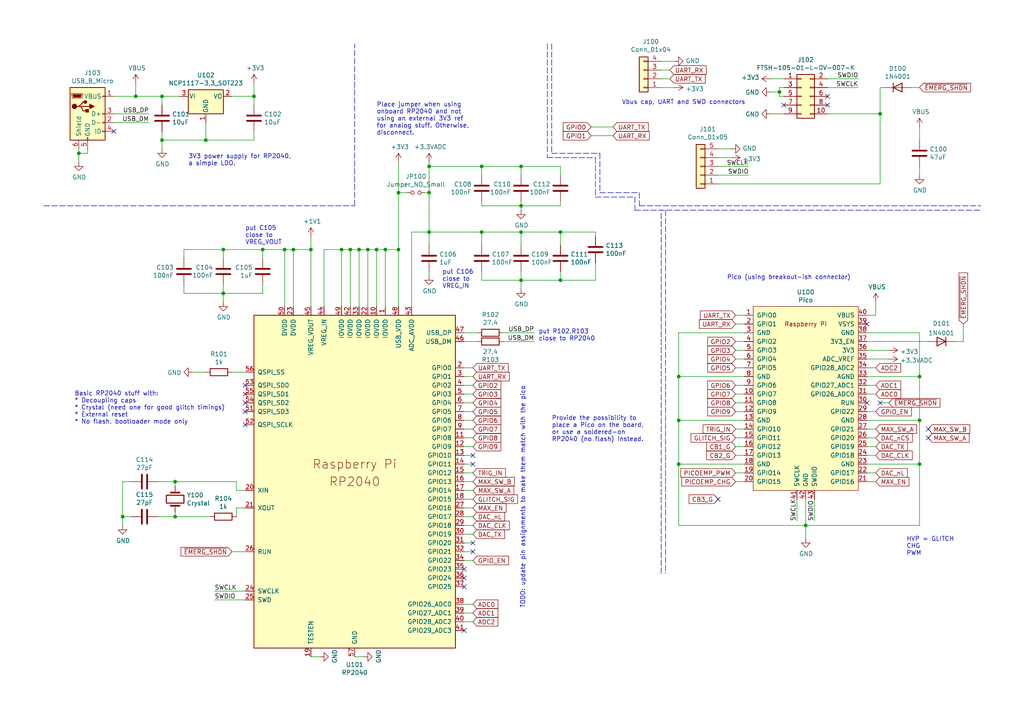
<source format=kicad_sch>
(kicad_sch (version 20211123) (generator eeschema)
  (paper "A4")
  (lib_symbols
    (symbol "Connector:USB_B_Micro" (pin_names (offset 1.016))
      (property "Reference" "J" (at -5.08 11.43 0))
      (property "Value" "USB_B_Micro" (at -5.08 8.89 0))
      (symbol "USB_B_Micro_1_1"
        (pin power_out line (at 7.62 5.08 180) (length 2.54) (name "VBUS") (number "1"))
        (pin bidirectional line (at 7.62 -2.54 180) (length 2.54) (name "D-") (number "2"))
        (pin bidirectional line (at 7.62 0 180) (length 2.54) (name "D+") (number "3"))
        (pin passive line (at 7.62 -5.08 180) (length 2.54) (name "ID") (number "4"))
        (pin power_out line (at 0 -10.16 90) (length 2.54) (name "GND") (number "5"))
        (pin passive line (at -2.54 -10.16 90) (length 2.54) (name "Shield") (number "6"))
      )
    )
    (symbol "Connector_Generic:Conn_01x04" (pin_names (offset 1.016) hide)
      (property "Reference" "J" (at 0 5.08 0))
      (property "Value" "Conn_01x04" (at 0 -7.62 0))
      (symbol "Conn_01x04_1_1"
        (pin passive line (at -5.08 2.54 0) (length 3.81) (name "Pin_1") (number "1"))
        (pin passive line (at -5.08 0 0) (length 3.81) (name "Pin_2") (number "2"))
        (pin passive line (at -5.08 -2.54 0) (length 3.81) (name "Pin_3") (number "3"))
        (pin passive line (at -5.08 -5.08 0) (length 3.81) (name "Pin_4") (number "4"))
      )
    )
    (symbol "Connector_Generic:Conn_01x05" (pin_names (offset 1.016) hide)
      (property "Reference" "J" (at 0 7.62 0))
      (property "Value" "Conn_01x05" (at 0 -7.62 0))
      (symbol "Conn_01x05_1_1"
        (pin passive line (at -5.08 5.08 0) (length 3.81) (name "Pin_1") (number "1"))
        (pin passive line (at -5.08 2.54 0) (length 3.81) (name "Pin_2") (number "2"))
        (pin passive line (at -5.08 0 0) (length 3.81) (name "Pin_3") (number "3"))
        (pin passive line (at -5.08 -2.54 0) (length 3.81) (name "Pin_4") (number "4"))
        (pin passive line (at -5.08 -5.08 0) (length 3.81) (name "Pin_5") (number "5"))
      )
    )
    (symbol "Connector_Generic:Conn_02x05_Odd_Even" (pin_names (offset 1.016) hide)
      (property "Reference" "J" (at 1.27 7.62 0))
      (property "Value" "Conn_02x05_Odd_Even" (at 1.27 -7.62 0))
      (symbol "Conn_02x05_Odd_Even_1_1"
        (pin passive line (at -5.08 5.08 0) (length 3.81) (name "Pin_1") (number "1"))
        (pin passive line (at 7.62 -5.08 180) (length 3.81) (name "Pin_10") (number "10"))
        (pin passive line (at 7.62 5.08 180) (length 3.81) (name "Pin_2") (number "2"))
        (pin passive line (at -5.08 2.54 0) (length 3.81) (name "Pin_3") (number "3"))
        (pin passive line (at 7.62 2.54 180) (length 3.81) (name "Pin_4") (number "4"))
        (pin passive line (at -5.08 0 0) (length 3.81) (name "Pin_5") (number "5"))
        (pin passive line (at 7.62 0 180) (length 3.81) (name "Pin_6") (number "6"))
        (pin passive line (at -5.08 -2.54 0) (length 3.81) (name "Pin_7") (number "7"))
        (pin passive line (at 7.62 -2.54 180) (length 3.81) (name "Pin_8") (number "8"))
        (pin passive line (at -5.08 -5.08 0) (length 3.81) (name "Pin_9") (number "9"))
      )
    )
    (symbol "Device:C" (pin_numbers hide) (pin_names (offset 0.254))
      (property "Reference" "C" (at 0.635 2.54 0))
      (property "Value" "C" (at 0.635 -2.54 0))
      (symbol "C_1_1"
        (pin passive line (at 0 3.81 270) (length 2.794) (name "~") (number "1"))
        (pin passive line (at 0 -3.81 90) (length 2.794) (name "~") (number "2"))
      )
    )
    (symbol "Device:Crystal" (pin_numbers hide) (pin_names (offset 1.016) hide)
      (property "Reference" "Y" (at 0 3.81 0))
      (property "Value" "Crystal" (at 0 -3.81 0))
      (symbol "Crystal_1_1"
        (pin passive line (at -3.81 0 0) (length 1.27) (name "1") (number "1"))
        (pin passive line (at 3.81 0 180) (length 1.27) (name "2") (number "2"))
      )
    )
    (symbol "Device:D" (pin_numbers hide) (pin_names (offset 1.016) hide)
      (property "Reference" "D" (at 0 2.54 0))
      (property "Value" "D" (at 0 -2.54 0))
      (symbol "D_1_1"
        (pin passive line (at -3.81 0 0) (length 2.54) (name "K") (number "1"))
        (pin passive line (at 3.81 0 180) (length 2.54) (name "A") (number "2"))
      )
    )
    (symbol "Device:Jumper_NO_Small" (pin_numbers hide) (pin_names (offset 0.762) hide)
      (property "Reference" "JP" (at 0 2.032 0))
      (property "Value" "Device_Jumper_NO_Small" (at 0.254 -1.524 0))
      (symbol "Jumper_NO_Small_0_1"
        (pin passive line (at -2.54 0 0) (length 1.016) (name "1") (number "1"))
        (pin passive line (at 2.54 0 180) (length 1.016) (name "2") (number "2"))
      )
    )
    (symbol "Device:R" (pin_numbers hide) (pin_names (offset 0))
      (property "Reference" "R" (at 2.032 0 90))
      (property "Value" "R" (at 0 0 90))
      (symbol "R_1_1"
        (pin passive line (at 0 3.81 270) (length 1.27) (name "~") (number "1"))
        (pin passive line (at 0 -3.81 90) (length 1.27) (name "~") (number "2"))
      )
    )
    (symbol "Diode:1N4001" (pin_numbers hide) (pin_names (offset 1.016) hide)
      (property "Reference" "D" (at 0 2.54 0))
      (property "Value" "1N4001" (at 0 -2.54 0))
      (symbol "1N4001_1_1"
        (pin passive line (at -3.81 0 0) (length 2.54) (name "K") (number "1"))
        (pin passive line (at 3.81 0 180) (length 2.54) (name "A") (number "2"))
      )
    )
    (symbol "MCU_RaspberryPi_and_Boards:Pico" (pin_names (offset 1.016))
      (property "Reference" "U" (at -13.97 27.94 0))
      (property "Value" "Pico" (at 0 19.05 0))
      (symbol "Pico_0_0"
        (text "Raspberry Pi" (at 0 21.59 0) (effects (font (size 1.27 1.27))))
      )
      (symbol "Pico_1_1"
        (pin bidirectional line (at -17.78 24.13 0) (length 2.54) (name "GPIO0") (number "1"))
        (pin bidirectional line (at -17.78 1.27 0) (length 2.54) (name "GPIO7") (number "10"))
        (pin bidirectional line (at -17.78 -1.27 0) (length 2.54) (name "GPIO8") (number "11"))
        (pin bidirectional line (at -17.78 -3.81 0) (length 2.54) (name "GPIO9") (number "12"))
        (pin power_in line (at -17.78 -6.35 0) (length 2.54) (name "GND") (number "13"))
        (pin bidirectional line (at -17.78 -8.89 0) (length 2.54) (name "GPIO10") (number "14"))
        (pin bidirectional line (at -17.78 -11.43 0) (length 2.54) (name "GPIO11") (number "15"))
        (pin bidirectional line (at -17.78 -13.97 0) (length 2.54) (name "GPIO12") (number "16"))
        (pin bidirectional line (at -17.78 -16.51 0) (length 2.54) (name "GPIO13") (number "17"))
        (pin power_in line (at -17.78 -19.05 0) (length 2.54) (name "GND") (number "18"))
        (pin bidirectional line (at -17.78 -21.59 0) (length 2.54) (name "GPIO14") (number "19"))
        (pin bidirectional line (at -17.78 21.59 0) (length 2.54) (name "GPIO1") (number "2"))
        (pin bidirectional line (at -17.78 -24.13 0) (length 2.54) (name "GPIO15") (number "20"))
        (pin bidirectional line (at 17.78 -24.13 180) (length 2.54) (name "GPIO16") (number "21"))
        (pin bidirectional line (at 17.78 -21.59 180) (length 2.54) (name "GPIO17") (number "22"))
        (pin power_in line (at 17.78 -19.05 180) (length 2.54) (name "GND") (number "23"))
        (pin bidirectional line (at 17.78 -16.51 180) (length 2.54) (name "GPIO18") (number "24"))
        (pin bidirectional line (at 17.78 -13.97 180) (length 2.54) (name "GPIO19") (number "25"))
        (pin bidirectional line (at 17.78 -11.43 180) (length 2.54) (name "GPIO20") (number "26"))
        (pin bidirectional line (at 17.78 -8.89 180) (length 2.54) (name "GPIO21") (number "27"))
        (pin power_in line (at 17.78 -6.35 180) (length 2.54) (name "GND") (number "28"))
        (pin bidirectional line (at 17.78 -3.81 180) (length 2.54) (name "GPIO22") (number "29"))
        (pin power_in line (at -17.78 19.05 0) (length 2.54) (name "GND") (number "3"))
        (pin input line (at 17.78 -1.27 180) (length 2.54) (name "RUN") (number "30"))
        (pin bidirectional line (at 17.78 1.27 180) (length 2.54) (name "GPIO26_ADC0") (number "31"))
        (pin bidirectional line (at 17.78 3.81 180) (length 2.54) (name "GPIO27_ADC1") (number "32"))
        (pin power_in line (at 17.78 6.35 180) (length 2.54) (name "AGND") (number "33"))
        (pin bidirectional line (at 17.78 8.89 180) (length 2.54) (name "GPIO28_ADC2") (number "34"))
        (pin unspecified line (at 17.78 11.43 180) (length 2.54) (name "ADC_VREF") (number "35"))
        (pin unspecified line (at 17.78 13.97 180) (length 2.54) (name "3V3") (number "36"))
        (pin input line (at 17.78 16.51 180) (length 2.54) (name "3V3_EN") (number "37"))
        (pin bidirectional line (at 17.78 19.05 180) (length 2.54) (name "GND") (number "38"))
        (pin unspecified line (at 17.78 21.59 180) (length 2.54) (name "VSYS") (number "39"))
        (pin bidirectional line (at -17.78 16.51 0) (length 2.54) (name "GPIO2") (number "4"))
        (pin unspecified line (at 17.78 24.13 180) (length 2.54) (name "VBUS") (number "40"))
        (pin input line (at -2.54 -29.21 90) (length 2.54) (name "SWCLK") (number "41"))
        (pin power_in line (at 0 -29.21 90) (length 2.54) (name "GND") (number "42"))
        (pin bidirectional line (at 2.54 -29.21 90) (length 2.54) (name "SWDIO") (number "43"))
        (pin bidirectional line (at -17.78 13.97 0) (length 2.54) (name "GPIO3") (number "5"))
        (pin bidirectional line (at -17.78 11.43 0) (length 2.54) (name "GPIO4") (number "6"))
        (pin bidirectional line (at -17.78 8.89 0) (length 2.54) (name "GPIO5") (number "7"))
        (pin power_in line (at -17.78 6.35 0) (length 2.54) (name "GND") (number "8"))
        (pin bidirectional line (at -17.78 3.81 0) (length 2.54) (name "GPIO6") (number "9"))
      )
    )
    (symbol "MCU_RaspberryPi_and_Boards:RP2040" (pin_names (offset 1.016))
      (property "Reference" "U" (at -29.21 49.53 0))
      (property "Value" "RP2040" (at 24.13 -49.53 0))
      (symbol "RP2040_0_0"
        (text "Raspberry Pi" (at 0 5.08 0) (effects (font (size 2.54 2.54))))
        (text "RP2040" (at 0 0 0) (effects (font (size 2.54 2.54))))
      )
      (symbol "RP2040_1_1"
        (pin power_in line (at 8.89 50.8 270) (length 2.54) (name "IOVDD") (number "1"))
        (pin power_in line (at 6.35 50.8 270) (length 2.54) (name "IOVDD") (number "10"))
        (pin bidirectional line (at 31.75 12.7 180) (length 2.54) (name "GPIO8") (number "11"))
        (pin bidirectional line (at 31.75 10.16 180) (length 2.54) (name "GPIO9") (number "12"))
        (pin bidirectional line (at 31.75 7.62 180) (length 2.54) (name "GPIO10") (number "13"))
        (pin bidirectional line (at 31.75 5.08 180) (length 2.54) (name "GPIO11") (number "14"))
        (pin bidirectional line (at 31.75 2.54 180) (length 2.54) (name "GPIO12") (number "15"))
        (pin bidirectional line (at 31.75 0 180) (length 2.54) (name "GPIO13") (number "16"))
        (pin bidirectional line (at 31.75 -2.54 180) (length 2.54) (name "GPIO14") (number "17"))
        (pin bidirectional line (at 31.75 -5.08 180) (length 2.54) (name "GPIO15") (number "18"))
        (pin passive line (at -12.7 -50.8 90) (length 2.54) (name "TESTEN") (number "19"))
        (pin bidirectional line (at 31.75 33.02 180) (length 2.54) (name "GPIO0") (number "2"))
        (pin input line (at -31.75 -2.54 0) (length 2.54) (name "XIN") (number "20"))
        (pin passive line (at -31.75 -7.62 0) (length 2.54) (name "XOUT") (number "21"))
        (pin power_in line (at 3.81 50.8 270) (length 2.54) (name "IOVDD") (number "22"))
        (pin power_in line (at -17.78 50.8 270) (length 2.54) (name "DVDD") (number "23"))
        (pin output line (at -31.75 -31.75 0) (length 2.54) (name "SWCLK") (number "24"))
        (pin bidirectional line (at -31.75 -34.29 0) (length 2.54) (name "SWD") (number "25"))
        (pin input line (at -31.75 -20.32 0) (length 2.54) (name "RUN") (number "26"))
        (pin bidirectional line (at 31.75 -7.62 180) (length 2.54) (name "GPIO16") (number "27"))
        (pin bidirectional line (at 31.75 -10.16 180) (length 2.54) (name "GPIO17") (number "28"))
        (pin bidirectional line (at 31.75 -12.7 180) (length 2.54) (name "GPIO18") (number "29"))
        (pin bidirectional line (at 31.75 30.48 180) (length 2.54) (name "GPIO1") (number "3"))
        (pin bidirectional line (at 31.75 -15.24 180) (length 2.54) (name "GPIO19") (number "30"))
        (pin bidirectional line (at 31.75 -17.78 180) (length 2.54) (name "GPIO20") (number "31"))
        (pin bidirectional line (at 31.75 -20.32 180) (length 2.54) (name "GPIO21") (number "32"))
        (pin power_in line (at 1.27 50.8 270) (length 2.54) (name "IOVDD") (number "33"))
        (pin bidirectional line (at 31.75 -22.86 180) (length 2.54) (name "GPIO22") (number "34"))
        (pin bidirectional line (at 31.75 -25.4 180) (length 2.54) (name "GPIO23") (number "35"))
        (pin bidirectional line (at 31.75 -27.94 180) (length 2.54) (name "GPIO24") (number "36"))
        (pin bidirectional line (at 31.75 -30.48 180) (length 2.54) (name "GPIO25") (number "37"))
        (pin bidirectional line (at 31.75 -35.56 180) (length 2.54) (name "GPIO26_ADC0") (number "38"))
        (pin bidirectional line (at 31.75 -38.1 180) (length 2.54) (name "GPIO27_ADC1") (number "39"))
        (pin bidirectional line (at 31.75 27.94 180) (length 2.54) (name "GPIO2") (number "4"))
        (pin bidirectional line (at 31.75 -40.64 180) (length 2.54) (name "GPIO28_ADC2") (number "40"))
        (pin bidirectional line (at 31.75 -43.18 180) (length 2.54) (name "GPIO29_ADC3") (number "41"))
        (pin power_in line (at -1.27 50.8 270) (length 2.54) (name "IOVDD") (number "42"))
        (pin power_in line (at 16.51 50.8 270) (length 2.54) (name "ADC_AVDD") (number "43"))
        (pin power_in line (at -8.89 50.8 270) (length 2.54) (name "VREG_IN") (number "44"))
        (pin power_out line (at -12.7 50.8 270) (length 2.54) (name "VREG_VOUT") (number "45"))
        (pin bidirectional line (at 31.75 40.64 180) (length 2.54) (name "USB_DM") (number "46"))
        (pin bidirectional line (at 31.75 43.18 180) (length 2.54) (name "USB_DP") (number "47"))
        (pin power_in line (at 12.7 50.8 270) (length 2.54) (name "USB_VDD") (number "48"))
        (pin power_in line (at -3.81 50.8 270) (length 2.54) (name "IOVDD") (number "49"))
        (pin bidirectional line (at 31.75 25.4 180) (length 2.54) (name "GPIO3") (number "5"))
        (pin power_in line (at -20.32 50.8 270) (length 2.54) (name "DVDD") (number "50"))
        (pin bidirectional line (at -31.75 20.32 0) (length 2.54) (name "QSPI_SD3") (number "51"))
        (pin output line (at -31.75 16.51 0) (length 2.54) (name "QSPI_SCLK") (number "52"))
        (pin bidirectional line (at -31.75 27.94 0) (length 2.54) (name "QSPI_SD0") (number "53"))
        (pin bidirectional line (at -31.75 22.86 0) (length 2.54) (name "QSPI_SD2") (number "54"))
        (pin bidirectional line (at -31.75 25.4 0) (length 2.54) (name "QSPI_SD1") (number "55"))
        (pin bidirectional line (at -31.75 31.75 0) (length 2.54) (name "QSPI_SS") (number "56"))
        (pin power_in line (at 0 -50.8 90) (length 2.54) (name "GND") (number "57"))
        (pin bidirectional line (at 31.75 22.86 180) (length 2.54) (name "GPIO4") (number "6"))
        (pin bidirectional line (at 31.75 20.32 180) (length 2.54) (name "GPIO5") (number "7"))
        (pin bidirectional line (at 31.75 17.78 180) (length 2.54) (name "GPIO6") (number "8"))
        (pin bidirectional line (at 31.75 15.24 180) (length 2.54) (name "GPIO7") (number "9"))
      )
    )
    (symbol "Regulator_Linear:NCP1117-3.3_SOT223" (pin_names (offset 0.254))
      (property "Reference" "U" (at -3.81 3.175 0))
      (property "Value" "NCP1117-3.3_SOT223" (at 0 3.175 0))
      (symbol "NCP1117-3.3_SOT223_1_1"
        (pin power_in line (at 0 -7.62 90) (length 2.54) (name "GND") (number "1"))
        (pin power_out line (at 7.62 0 180) (length 2.54) (name "VO") (number "2"))
        (pin power_in line (at -7.62 0 0) (length 2.54) (name "VI") (number "3"))
      )
    )
    (symbol "power:+1V1" (power) (pin_names (offset 0))
      (property "Value" "+1V1" (at 0 3.556 0))
      (symbol "+1V1_1_1"
        (pin power_in line (at 0 0 90) (length 0) hide (name "+1V1") (number "1"))
      )
    )
    (symbol "power:+3.3VADC" (power) (pin_names (offset 0))
      (property "Value" "+3.3VADC" (at 0 2.54 0))
      (symbol "+3.3VADC_0_0"
        (pin power_in line (at 0 0 90) (length 0) hide (name "+3.3VADC") (number "1"))
      )
    )
    (symbol "power:+3V3" (power) (pin_names (offset 0))
      (property "Value" "+3V3" (at 0 3.556 0))
      (symbol "+3V3_1_1"
        (pin power_in line (at 0 0 90) (length 0) hide (name "+3V3") (number "1"))
      )
    )
    (symbol "power:GND" (power) (pin_names (offset 0))
      (property "Value" "GND" (at 0 -3.81 0))
      (symbol "GND_1_1"
        (pin power_in line (at 0 0 270) (length 0) hide (name "GND") (number "1"))
      )
    )
    (symbol "power:VBUS" (power) (pin_names (offset 0))
      (property "Value" "VBUS" (at 0 3.81 0))
      (symbol "VBUS_1_1"
        (pin power_in line (at 0 0 90) (length 0) hide (name "VBUS") (number "1"))
      )
    )
  )
  (junction (at 233.68 152.4))
  (junction (at 151.13 81.28))
  (junction (at 82.55 72.39))
  (junction (at 266.7 109.22))
  (junction (at 90.17 72.39))
  (junction (at 59.69 40.64))
  (junction (at 162.56 67.31))
  (junction (at 104.14 72.39))
  (junction (at 106.68 72.39))
  (junction (at 115.57 55.88))
  (junction (at 124.46 55.88))
  (junction (at 196.85 134.62))
  (junction (at 76.2 72.39))
  (junction (at 255.27 33.02))
  (junction (at 111.76 72.39))
  (junction (at 109.22 72.39))
  (junction (at 139.7 67.31))
  (junction (at 99.06 72.39))
  (junction (at 115.57 72.39))
  (junction (at 46.99 40.64))
  (junction (at 139.7 48.26))
  (junction (at 124.46 67.31))
  (junction (at 39.37 27.94))
  (junction (at 196.85 109.22))
  (junction (at 124.46 48.26))
  (junction (at 50.8 139.7))
  (junction (at 266.7 121.92))
  (junction (at 266.7 134.62))
  (junction (at 151.13 59.69))
  (junction (at 50.8 149.86))
  (junction (at 22.86 44.45))
  (junction (at 64.77 85.09))
  (junction (at 85.09 72.39))
  (junction (at 151.13 67.31))
  (junction (at 226.06 26.67))
  (junction (at 151.13 48.26))
  (junction (at 35.56 149.86))
  (junction (at 64.77 72.39))
  (junction (at 196.85 121.92))
  (junction (at 101.6 72.39))
  (junction (at 73.66 27.94))
  (junction (at 46.99 27.94))
  (junction (at 162.56 81.28))
  (no_connect (at 251.46 116.84))
  (no_connect (at 269.24 127))
  (no_connect (at 269.24 124.46))
  (no_connect (at 134.62 170.18))
  (no_connect (at 134.62 182.88))
  (no_connect (at 71.12 114.3))
  (no_connect (at 71.12 123.19))
  (no_connect (at 227.33 30.48))
  (no_connect (at 137.16 160.02))
  (no_connect (at 33.02 38.1))
  (no_connect (at 255.27 116.84))
  (no_connect (at 71.12 111.76))
  (no_connect (at 240.03 27.94))
  (no_connect (at 134.62 167.64))
  (no_connect (at 251.46 93.98))
  (no_connect (at 137.16 132.08))
  (no_connect (at 137.16 134.62))
  (no_connect (at 137.16 157.48))
  (no_connect (at 208.28 144.78))
  (no_connect (at 134.62 165.1))
  (no_connect (at 71.12 119.38))
  (no_connect (at 240.03 30.48))
  (no_connect (at 71.12 116.84))
  (wire (pts (xy 67.31 107.95) (xy 71.12 107.95)))
  (wire (pts (xy 215.9 129.54) (xy 213.36 129.54)))
  (wire (pts (xy 137.16 157.48) (xy 134.62 157.48)))
  (wire (pts (xy 115.57 55.88) (xy 115.57 72.39)))
  (wire (pts (xy 139.7 67.31) (xy 151.13 67.31)))
  (wire (pts (xy 71.12 142.24) (xy 68.58 142.24)))
  (wire (pts (xy 226.06 26.67) (xy 223.52 26.67)))
  (wire (pts (xy 53.34 85.09) (xy 53.34 82.55)))
  (wire (pts (xy 53.34 72.39) (xy 64.77 72.39)))
  (wire (pts (xy 196.85 121.92) (xy 196.85 134.62)))
  (wire (pts (xy 251.46 132.08) (xy 254 132.08)))
  (wire (pts (xy 134.62 106.68) (xy 137.16 106.68)))
  (wire (pts (xy 151.13 59.69) (xy 162.56 59.69)))
  (wire (pts (xy 266.7 134.62) (xy 266.7 121.92)))
  (wire (pts (xy 134.62 119.38) (xy 137.16 119.38)))
  (wire (pts (xy 139.7 81.28) (xy 139.7 78.74)))
  (wire (pts (xy 146.05 96.52) (xy 154.94 96.52)))
  (wire (pts (xy 215.9 96.52) (xy 196.85 96.52)))
  (wire (pts (xy 266.7 40.64) (xy 266.7 36.83)))
  (polyline (pts (xy 185.42 55.88) (xy 185.42 59.69)))
  (wire (pts (xy 233.68 152.4) (xy 233.68 156.21)))
  (wire (pts (xy 226.06 27.94) (xy 227.33 27.94)))
  (polyline (pts (xy 173.99 44.45) (xy 173.99 55.88)))
  (wire (pts (xy 226.06 26.67) (xy 226.06 27.94)))
  (wire (pts (xy 50.8 140.97) (xy 50.8 139.7)))
  (wire (pts (xy 134.62 111.76) (xy 137.16 111.76)))
  (wire (pts (xy 137.16 124.46) (xy 134.62 124.46)))
  (wire (pts (xy 73.66 27.94) (xy 73.66 30.48)))
  (wire (pts (xy 134.62 132.08) (xy 137.16 132.08)))
  (wire (pts (xy 213.36 119.38) (xy 215.9 119.38)))
  (wire (pts (xy 162.56 59.69) (xy 162.56 58.42)))
  (wire (pts (xy 76.2 72.39) (xy 76.2 74.93)))
  (wire (pts (xy 171.45 36.83) (xy 177.8 36.83)))
  (wire (pts (xy 119.38 67.31) (xy 119.38 88.9)))
  (wire (pts (xy 257.81 101.6) (xy 251.46 101.6)))
  (wire (pts (xy 134.62 137.16) (xy 137.16 137.16)))
  (wire (pts (xy 266.7 50.8) (xy 266.7 48.26)))
  (wire (pts (xy 196.85 121.92) (xy 196.85 109.22)))
  (wire (pts (xy 151.13 81.28) (xy 139.7 81.28)))
  (wire (pts (xy 251.46 111.76) (xy 254 111.76)))
  (wire (pts (xy 137.16 177.8) (xy 134.62 177.8)))
  (wire (pts (xy 266.7 109.22) (xy 251.46 109.22)))
  (wire (pts (xy 171.45 39.37) (xy 177.8 39.37)))
  (wire (pts (xy 137.16 144.78) (xy 134.62 144.78)))
  (wire (pts (xy 45.72 149.86) (xy 50.8 149.86)))
  (polyline (pts (xy 158.75 12.7) (xy 158.75 45.72)))
  (polyline (pts (xy 172.72 57.15) (xy 184.15 57.15)))
  (wire (pts (xy 213.36 106.68) (xy 215.9 106.68)))
  (wire (pts (xy 208.28 53.34) (xy 255.27 53.34)))
  (wire (pts (xy 137.16 162.56) (xy 134.62 162.56)))
  (wire (pts (xy 73.66 40.64) (xy 73.66 38.1)))
  (wire (pts (xy 213.36 139.7) (xy 215.9 139.7)))
  (wire (pts (xy 162.56 81.28) (xy 151.13 81.28)))
  (wire (pts (xy 151.13 78.74) (xy 151.13 81.28)))
  (wire (pts (xy 255.27 53.34) (xy 255.27 33.02)))
  (wire (pts (xy 124.46 55.88) (xy 124.46 67.31)))
  (wire (pts (xy 52.07 27.94) (xy 46.99 27.94)))
  (wire (pts (xy 134.62 147.32) (xy 137.16 147.32)))
  (wire (pts (xy 46.99 43.18) (xy 46.99 40.64)))
  (wire (pts (xy 46.99 40.64) (xy 59.69 40.64)))
  (wire (pts (xy 139.7 67.31) (xy 139.7 71.12)))
  (wire (pts (xy 172.72 67.31) (xy 172.72 68.58)))
  (wire (pts (xy 111.76 72.39) (xy 115.57 72.39)))
  (wire (pts (xy 137.16 134.62) (xy 134.62 134.62)))
  (wire (pts (xy 105.41 190.5) (xy 102.87 190.5)))
  (wire (pts (xy 257.81 116.84) (xy 255.27 116.84)))
  (wire (pts (xy 124.46 55.88) (xy 124.46 48.26)))
  (wire (pts (xy 233.68 144.78) (xy 233.68 152.4)))
  (wire (pts (xy 101.6 88.9) (xy 101.6 72.39)))
  (wire (pts (xy 35.56 139.7) (xy 38.1 139.7)))
  (wire (pts (xy 251.46 91.44) (xy 254 91.44)))
  (wire (pts (xy 266.7 96.52) (xy 251.46 96.52)))
  (wire (pts (xy 139.7 58.42) (xy 139.7 59.69)))
  (wire (pts (xy 213.36 127) (xy 215.9 127)))
  (wire (pts (xy 255.27 25.4) (xy 255.27 33.02)))
  (wire (pts (xy 139.7 48.26) (xy 139.7 50.8)))
  (wire (pts (xy 134.62 127) (xy 137.16 127)))
  (wire (pts (xy 64.77 72.39) (xy 64.77 74.93)))
  (wire (pts (xy 50.8 139.7) (xy 68.58 139.7)))
  (wire (pts (xy 172.72 76.2) (xy 172.72 81.28)))
  (wire (pts (xy 213.36 132.08) (xy 215.9 132.08)))
  (wire (pts (xy 134.62 121.92) (xy 137.16 121.92)))
  (wire (pts (xy 208.28 48.26) (xy 217.17 48.26)))
  (wire (pts (xy 109.22 72.39) (xy 111.76 72.39)))
  (wire (pts (xy 93.98 88.9) (xy 93.98 72.39)))
  (wire (pts (xy 191.77 17.78) (xy 195.58 17.78)))
  (wire (pts (xy 134.62 99.06) (xy 138.43 99.06)))
  (wire (pts (xy 162.56 78.74) (xy 162.56 81.28)))
  (wire (pts (xy 137.16 149.86) (xy 134.62 149.86)))
  (wire (pts (xy 137.16 116.84) (xy 134.62 116.84)))
  (wire (pts (xy 196.85 109.22) (xy 215.9 109.22)))
  (wire (pts (xy 266.7 121.92) (xy 251.46 121.92)))
  (polyline (pts (xy 158.75 45.72) (xy 172.72 45.72)))
  (wire (pts (xy 240.03 33.02) (xy 255.27 33.02)))
  (polyline (pts (xy 191.77 166.37) (xy 191.77 60.96)))
  (wire (pts (xy 25.4 44.45) (xy 25.4 43.18)))
  (wire (pts (xy 208.28 43.18) (xy 212.09 43.18)))
  (wire (pts (xy 134.62 180.34) (xy 137.16 180.34)))
  (wire (pts (xy 115.57 46.99) (xy 115.57 55.88)))
  (wire (pts (xy 115.57 88.9) (xy 115.57 72.39)))
  (wire (pts (xy 104.14 72.39) (xy 106.68 72.39)))
  (wire (pts (xy 151.13 48.26) (xy 162.56 48.26)))
  (wire (pts (xy 67.31 27.94) (xy 73.66 27.94)))
  (wire (pts (xy 255.27 25.4) (xy 256.54 25.4)))
  (wire (pts (xy 254 119.38) (xy 251.46 119.38)))
  (wire (pts (xy 60.96 149.86) (xy 50.8 149.86)))
  (wire (pts (xy 46.99 40.64) (xy 46.99 38.1)))
  (wire (pts (xy 266.7 152.4) (xy 266.7 134.62)))
  (wire (pts (xy 82.55 72.39) (xy 82.55 88.9)))
  (wire (pts (xy 68.58 139.7) (xy 68.58 142.24)))
  (wire (pts (xy 33.02 33.02) (xy 43.18 33.02)))
  (wire (pts (xy 264.16 25.4) (xy 266.7 25.4)))
  (wire (pts (xy 254 137.16) (xy 251.46 137.16)))
  (wire (pts (xy 64.77 85.09) (xy 76.2 85.09)))
  (polyline (pts (xy 160.02 44.45) (xy 173.99 44.45)))
  (wire (pts (xy 196.85 152.4) (xy 233.68 152.4)))
  (wire (pts (xy 254 91.44) (xy 254 87.63)))
  (wire (pts (xy 146.05 99.06) (xy 154.94 99.06)))
  (wire (pts (xy 35.56 152.4) (xy 35.56 149.86)))
  (wire (pts (xy 123.19 55.88) (xy 124.46 55.88)))
  (wire (pts (xy 139.7 48.26) (xy 151.13 48.26)))
  (wire (pts (xy 68.58 147.32) (xy 71.12 147.32)))
  (wire (pts (xy 118.11 55.88) (xy 115.57 55.88)))
  (wire (pts (xy 251.46 99.06) (xy 269.24 99.06)))
  (wire (pts (xy 134.62 96.52) (xy 138.43 96.52)))
  (wire (pts (xy 279.4 99.06) (xy 276.86 99.06)))
  (wire (pts (xy 233.68 152.4) (xy 266.7 152.4)))
  (wire (pts (xy 124.46 71.12) (xy 124.46 67.31)))
  (wire (pts (xy 240.03 25.4) (xy 248.92 25.4)))
  (wire (pts (xy 134.62 160.02) (xy 137.16 160.02)))
  (wire (pts (xy 99.06 72.39) (xy 101.6 72.39)))
  (wire (pts (xy 39.37 24.13) (xy 39.37 27.94)))
  (wire (pts (xy 38.1 149.86) (xy 35.56 149.86)))
  (polyline (pts (xy 185.42 59.69) (xy 284.48 59.69)))
  (wire (pts (xy 226.06 25.4) (xy 226.06 26.67)))
  (wire (pts (xy 162.56 67.31) (xy 172.72 67.31)))
  (wire (pts (xy 240.03 22.86) (xy 248.92 22.86)))
  (wire (pts (xy 101.6 72.39) (xy 104.14 72.39)))
  (wire (pts (xy 251.46 127) (xy 254 127)))
  (wire (pts (xy 215.9 124.46) (xy 213.36 124.46)))
  (wire (pts (xy 99.06 88.9) (xy 99.06 72.39)))
  (wire (pts (xy 50.8 149.86) (xy 50.8 148.59)))
  (wire (pts (xy 35.56 149.86) (xy 35.56 139.7)))
  (wire (pts (xy 137.16 154.94) (xy 134.62 154.94)))
  (wire (pts (xy 62.23 171.45) (xy 71.12 171.45)))
  (polyline (pts (xy 184.15 57.15) (xy 184.15 60.96)))
  (wire (pts (xy 227.33 33.02) (xy 223.52 33.02)))
  (wire (pts (xy 64.77 82.55) (xy 64.77 85.09)))
  (wire (pts (xy 151.13 81.28) (xy 151.13 83.82)))
  (wire (pts (xy 137.16 139.7) (xy 134.62 139.7)))
  (wire (pts (xy 151.13 59.69) (xy 151.13 60.96)))
  (wire (pts (xy 134.62 175.26) (xy 137.16 175.26)))
  (polyline (pts (xy 172.72 45.72) (xy 172.72 57.15)))
  (polyline (pts (xy 173.99 55.88) (xy 185.42 55.88)))
  (wire (pts (xy 254 124.46) (xy 251.46 124.46)))
  (wire (pts (xy 213.36 93.98) (xy 215.9 93.98)))
  (wire (pts (xy 137.16 129.54) (xy 134.62 129.54)))
  (wire (pts (xy 62.23 173.99) (xy 71.12 173.99)))
  (wire (pts (xy 162.56 48.26) (xy 162.56 50.8)))
  (wire (pts (xy 106.68 88.9) (xy 106.68 72.39)))
  (wire (pts (xy 124.46 48.26) (xy 139.7 48.26)))
  (polyline (pts (xy 193.04 60.96) (xy 193.04 166.37)))
  (wire (pts (xy 67.31 160.02) (xy 71.12 160.02)))
  (wire (pts (xy 55.88 107.95) (xy 59.69 107.95)))
  (wire (pts (xy 106.68 72.39) (xy 109.22 72.39)))
  (wire (pts (xy 90.17 190.5) (xy 92.71 190.5)))
  (wire (pts (xy 39.37 27.94) (xy 46.99 27.94)))
  (wire (pts (xy 151.13 67.31) (xy 151.13 71.12)))
  (wire (pts (xy 134.62 152.4) (xy 137.16 152.4)))
  (wire (pts (xy 85.09 72.39) (xy 90.17 72.39)))
  (wire (pts (xy 53.34 85.09) (xy 64.77 85.09)))
  (wire (pts (xy 151.13 48.26) (xy 151.13 50.8)))
  (wire (pts (xy 22.86 44.45) (xy 22.86 43.18)))
  (wire (pts (xy 104.14 88.9) (xy 104.14 72.39)))
  (wire (pts (xy 227.33 25.4) (xy 226.06 25.4)))
  (wire (pts (xy 172.72 81.28) (xy 162.56 81.28)))
  (wire (pts (xy 90.17 68.58) (xy 90.17 72.39)))
  (wire (pts (xy 257.81 104.14) (xy 251.46 104.14)))
  (wire (pts (xy 266.7 121.92) (xy 266.7 109.22)))
  (polyline (pts (xy 102.87 59.69) (xy 102.87 12.7)))
  (wire (pts (xy 93.98 72.39) (xy 99.06 72.39)))
  (wire (pts (xy 137.16 109.22) (xy 134.62 109.22)))
  (wire (pts (xy 196.85 134.62) (xy 215.9 134.62)))
  (wire (pts (xy 68.58 149.86) (xy 68.58 147.32)))
  (wire (pts (xy 85.09 72.39) (xy 85.09 88.9)))
  (wire (pts (xy 76.2 72.39) (xy 82.55 72.39)))
  (wire (pts (xy 111.76 88.9) (xy 111.76 72.39)))
  (wire (pts (xy 215.9 137.16) (xy 213.36 137.16)))
  (wire (pts (xy 82.55 72.39) (xy 85.09 72.39)))
  (wire (pts (xy 254 114.3) (xy 251.46 114.3)))
  (wire (pts (xy 227.33 22.86) (xy 223.52 22.86)))
  (wire (pts (xy 64.77 72.39) (xy 76.2 72.39)))
  (wire (pts (xy 33.02 35.56) (xy 43.18 35.56)))
  (wire (pts (xy 215.9 121.92) (xy 196.85 121.92)))
  (wire (pts (xy 194.31 20.32) (xy 191.77 20.32)))
  (wire (pts (xy 39.37 27.94) (xy 33.02 27.94)))
  (wire (pts (xy 266.7 109.22) (xy 266.7 96.52)))
  (polyline (pts (xy 184.15 60.96) (xy 284.48 60.96)))
  (wire (pts (xy 50.8 139.7) (xy 45.72 139.7)))
  (wire (pts (xy 191.77 25.4) (xy 195.58 25.4)))
  (wire (pts (xy 64.77 85.09) (xy 64.77 87.63)))
  (wire (pts (xy 266.7 134.62) (xy 251.46 134.62)))
  (wire (pts (xy 124.46 67.31) (xy 139.7 67.31)))
  (wire (pts (xy 215.9 99.06) (xy 213.36 99.06)))
  (wire (pts (xy 59.69 40.64) (xy 59.69 35.56)))
  (wire (pts (xy 46.99 27.94) (xy 46.99 30.48)))
  (wire (pts (xy 215.9 101.6) (xy 213.36 101.6)))
  (wire (pts (xy 208.28 45.72) (xy 212.09 45.72)))
  (wire (pts (xy 208.28 50.8) (xy 217.17 50.8)))
  (wire (pts (xy 231.14 144.78) (xy 231.14 151.13)))
  (wire (pts (xy 151.13 67.31) (xy 162.56 67.31)))
  (wire (pts (xy 279.4 93.98) (xy 279.4 99.06)))
  (wire (pts (xy 251.46 139.7) (xy 254 139.7)))
  (wire (pts (xy 196.85 134.62) (xy 196.85 152.4)))
  (wire (pts (xy 151.13 58.42) (xy 151.13 59.69)))
  (wire (pts (xy 215.9 91.44) (xy 213.36 91.44)))
  (wire (pts (xy 139.7 59.69) (xy 151.13 59.69)))
  (wire (pts (xy 134.62 114.3) (xy 137.16 114.3)))
  (wire (pts (xy 213.36 104.14) (xy 215.9 104.14)))
  (wire (pts (xy 124.46 80.01) (xy 124.46 78.74)))
  (wire (pts (xy 162.56 67.31) (xy 162.56 71.12)))
  (wire (pts (xy 76.2 82.55) (xy 76.2 85.09)))
  (wire (pts (xy 196.85 96.52) (xy 196.85 109.22)))
  (wire (pts (xy 191.77 22.86) (xy 194.31 22.86)))
  (wire (pts (xy 215.9 111.76) (xy 213.36 111.76)))
  (wire (pts (xy 251.46 106.68) (xy 254 106.68)))
  (wire (pts (xy 124.46 67.31) (xy 119.38 67.31)))
  (wire (pts (xy 109.22 88.9) (xy 109.22 72.39)))
  (wire (pts (xy 53.34 74.93) (xy 53.34 72.39)))
  (wire (pts (xy 254 129.54) (xy 251.46 129.54)))
  (wire (pts (xy 59.69 40.64) (xy 73.66 40.64)))
  (wire (pts (xy 22.86 44.45) (xy 25.4 44.45)))
  (wire (pts (xy 22.86 46.99) (xy 22.86 44.45)))
  (wire (pts (xy 134.62 142.24) (xy 137.16 142.24)))
  (wire (pts (xy 73.66 27.94) (xy 73.66 24.13)))
  (wire (pts (xy 124.46 48.26) (xy 124.46 46.99)))
  (wire (pts (xy 215.9 116.84) (xy 213.36 116.84)))
  (wire (pts (xy 90.17 72.39) (xy 90.17 88.9)))
  (wire (pts (xy 236.22 144.78) (xy 236.22 151.13)))
  (wire (pts (xy 213.36 114.3) (xy 215.9 114.3)))
  (polyline (pts (xy 160.02 12.7) (xy 160.02 44.45)))
  (polyline (pts (xy 12.7 59.69) (xy 102.87 59.69)))
  (text "Place jumper when using\nonboard RP2040 and not\nusing an external 3V3 ref\nfor analog stuff. Otherwise,\ndisconnect." (at 109.22 39.37 0) (effects (font (size 1.27 1.27)) (justify left bottom)))
  (text "TODO: update pin assignments to make them match with the pico" (at 152.4 176.53 90) (effects (font (size 1.27 1.27)) (justify left bottom)))
  (text "put C106\nclose to\nVREG_IN" (at 128.27 83.82 0) (effects (font (size 1.27 1.27)) (justify left bottom)))
  (text "Vbus cap, UART and SWD connectors" (at 180.34 30.48 0) (effects (font (size 1.27 1.27)) (justify left bottom)))
  (text "HVP = GLITCH\nCHG\nPWM" (at 262.89 161.29 0) (effects (font (size 1.27 1.27)) (justify left bottom)))
  (text "put C105\nclose to\nVREG_VOUT" (at 71.12 71.12 0) (effects (font (size 1.27 1.27)) (justify left bottom)))
  (text "Pico (using breakout-ish connector)" (at 210.82 81.28 0) (effects (font (size 1.27 1.27)) (justify left bottom)))
  (text "3V3 power supply for RP2040,\na simple LDO." (at 54.61 48.26 0) (effects (font (size 1.27 1.27)) (justify left bottom)))
  (text "put R102,R103\nclose to RP2040" (at 156.21 99.06 0) (effects (font (size 1.27 1.27)) (justify left bottom)))
  (text "Basic RP2040 stuff with:\n* Decoupling caps\n* Crystal (need one for good glitch timings)\n* External reset\n* No flash, bootloader mode only" (at 21.59 123.19 0) (effects (font (size 1.27 1.27)) (justify left bottom)))
  (text "Provide the possibility to\nplace a Pico on the board,\nor use a soldered-on\nRP2040 (no flash) instead." (at 160.02 128.27 0) (effects (font (size 1.27 1.27)) (justify left bottom)))
  (label "SWCLK" (at 217.17 48.26 180))
  (label "USB_DM" (at 43.18 35.56 180))
  (label "SWCLK" (at 62.23 171.45 0))
  (label "USB_DM" (at 154.94 99.06 180))
  (label "SWDIO" (at 236.22 151.13 90))
  (label "SWDIO" (at 248.92 22.86 180))
  (label "USB_DP" (at 43.18 33.02 180))
  (label "SWCLK" (at 248.92 25.4 180))
  (label "USB_DP" (at 154.94 96.52 180))
  (label "SWDIO" (at 62.23 173.99 0))
  (label "SWDIO" (at 217.17 50.8 180))
  (label "SWCLK" (at 231.14 151.13 90))
  (global_label "CB1_G" (shape input) (at 213.36 129.54 180) (property "Intersheet References" "${INTERSHEET_REFS}" (effects hide)))
  (global_label "GPIO2" (shape input) (at 137.16 111.76 0) (property "Intersheet References" "${INTERSHEET_REFS}" (effects hide)))
  (global_label "~{EMERG_SHDN}" (shape input) (at 67.31 160.02 180) (property "Intersheet References" "${INTERSHEET_REFS}" (effects hide)))
  (global_label "ADC0" (shape input) (at 137.16 175.26 0) (property "Intersheet References" "${INTERSHEET_REFS}" (effects hide)))
  (global_label "DAC_nL" (shape input) (at 254 137.16 0) (property "Intersheet References" "${INTERSHEET_REFS}" (effects hide)))
  (global_label "TRIG_IN" (shape input) (at 137.16 137.16 0) (property "Intersheet References" "${INTERSHEET_REFS}" (effects hide)))
  (global_label "ADC2" (shape input) (at 254 106.68 0) (property "Intersheet References" "${INTERSHEET_REFS}" (effects hide)))
  (global_label "MAX_SW_A" (shape input) (at 254 124.46 0) (property "Intersheet References" "${INTERSHEET_REFS}" (effects hide)))
  (global_label "TRIG_IN" (shape input) (at 213.36 124.46 180) (property "Intersheet References" "${INTERSHEET_REFS}" (effects hide)))
  (global_label "ADC1" (shape input) (at 137.16 177.8 0) (property "Intersheet References" "${INTERSHEET_REFS}" (effects hide)))
  (global_label "GPIO_EN" (shape input) (at 137.16 162.56 0) (property "Intersheet References" "${INTERSHEET_REFS}" (effects hide)))
  (global_label "MAX_SW_B" (shape input) (at 137.16 139.7 0) (property "Intersheet References" "${INTERSHEET_REFS}" (effects hide)))
  (global_label "GPIO7" (shape input) (at 137.16 124.46 0) (property "Intersheet References" "${INTERSHEET_REFS}" (effects hide)))
  (global_label "DAC_nCS" (shape input) (at 254 127 0) (property "Intersheet References" "${INTERSHEET_REFS}" (effects hide)))
  (global_label "MAX_SW_A" (shape input) (at 269.24 127 0) (property "Intersheet References" "${INTERSHEET_REFS}" (effects hide)))
  (global_label "UART_RX" (shape input) (at 177.8 39.37 0) (property "Intersheet References" "${INTERSHEET_REFS}" (effects hide)))
  (global_label "GPIO5" (shape input) (at 213.36 106.68 180) (property "Intersheet References" "${INTERSHEET_REFS}" (effects hide)))
  (global_label "~{EMERG_SHDN}" (shape input) (at 266.7 25.4 0) (property "Intersheet References" "${INTERSHEET_REFS}" (effects hide)))
  (global_label "GPIO4" (shape input) (at 213.36 104.14 180) (property "Intersheet References" "${INTERSHEET_REFS}" (effects hide)))
  (global_label "MAX_SW_A" (shape input) (at 137.16 142.24 0) (property "Intersheet References" "${INTERSHEET_REFS}" (effects hide)))
  (global_label "GLITCH_SIG" (shape input) (at 137.16 144.78 0) (property "Intersheet References" "${INTERSHEET_REFS}" (effects hide)))
  (global_label "~{EMERG_SHDN}" (shape input) (at 279.4 93.98 90) (property "Intersheet References" "${INTERSHEET_REFS}" (effects hide)))
  (global_label "GPIO7" (shape input) (at 213.36 114.3 180) (property "Intersheet References" "${INTERSHEET_REFS}" (effects hide)))
  (global_label "CB3_G" (shape input) (at 208.28 144.78 180) (property "Intersheet References" "${INTERSHEET_REFS}" (effects hide)))
  (global_label "ADC1" (shape input) (at 254 111.76 0) (property "Intersheet References" "${INTERSHEET_REFS}" (effects hide)))
  (global_label "~{EMERG_SHDN}" (shape input) (at 257.81 116.84 0) (property "Intersheet References" "${INTERSHEET_REFS}" (effects hide)))
  (global_label "GPIO6" (shape input) (at 137.16 121.92 0) (property "Intersheet References" "${INTERSHEET_REFS}" (effects hide)))
  (global_label "UART_RX" (shape input) (at 213.36 93.98 180) (property "Intersheet References" "${INTERSHEET_REFS}" (effects hide)))
  (global_label "DAC_nL" (shape input) (at 137.16 149.86 0) (property "Intersheet References" "${INTERSHEET_REFS}" (effects hide)))
  (global_label "CB2_G" (shape input) (at 213.36 132.08 180) (property "Intersheet References" "${INTERSHEET_REFS}" (effects hide)))
  (global_label "GPIO3" (shape input) (at 213.36 101.6 180) (property "Intersheet References" "${INTERSHEET_REFS}" (effects hide)))
  (global_label "UART_TX" (shape input) (at 137.16 106.68 0) (property "Intersheet References" "${INTERSHEET_REFS}" (effects hide)))
  (global_label "GPIO6" (shape input) (at 213.36 111.76 180) (property "Intersheet References" "${INTERSHEET_REFS}" (effects hide)))
  (global_label "GPIO8" (shape input) (at 137.16 127 0) (property "Intersheet References" "${INTERSHEET_REFS}" (effects hide)))
  (global_label "DAC_CLK" (shape input) (at 254 132.08 0) (property "Intersheet References" "${INTERSHEET_REFS}" (effects hide)))
  (global_label "GPIO3" (shape input) (at 137.16 114.3 0) (property "Intersheet References" "${INTERSHEET_REFS}" (effects hide)))
  (global_label "DAC_TX" (shape input) (at 254 129.54 0) (property "Intersheet References" "${INTERSHEET_REFS}" (effects hide)))
  (global_label "DAC_TX" (shape input) (at 137.16 154.94 0) (property "Intersheet References" "${INTERSHEET_REFS}" (effects hide)))
  (global_label "PICOEMP_PWM" (shape input) (at 213.36 137.16 180) (property "Intersheet References" "${INTERSHEET_REFS}" (effects hide)))
  (global_label "GPIO4" (shape input) (at 137.16 116.84 0) (property "Intersheet References" "${INTERSHEET_REFS}" (effects hide)))
  (global_label "UART_TX" (shape input) (at 194.31 22.86 0) (property "Intersheet References" "${INTERSHEET_REFS}" (effects hide)))
  (global_label "GPIO1" (shape input) (at 171.45 39.37 180) (property "Intersheet References" "${INTERSHEET_REFS}" (effects hide)))
  (global_label "ADC2" (shape input) (at 137.16 180.34 0) (property "Intersheet References" "${INTERSHEET_REFS}" (effects hide)))
  (global_label "MAX_EN" (shape input) (at 254 139.7 0) (property "Intersheet References" "${INTERSHEET_REFS}" (effects hide)))
  (global_label "UART_TX" (shape input) (at 177.8 36.83 0) (property "Intersheet References" "${INTERSHEET_REFS}" (effects hide)))
  (global_label "MAX_SW_B" (shape input) (at 269.24 124.46 0) (property "Intersheet References" "${INTERSHEET_REFS}" (effects hide)))
  (global_label "UART_RX" (shape input) (at 194.31 20.32 0) (property "Intersheet References" "${INTERSHEET_REFS}" (effects hide)))
  (global_label "GPIO2" (shape input) (at 213.36 99.06 180) (property "Intersheet References" "${INTERSHEET_REFS}" (effects hide)))
  (global_label "GPIO9" (shape input) (at 213.36 119.38 180) (property "Intersheet References" "${INTERSHEET_REFS}" (effects hide)))
  (global_label "GPIO9" (shape input) (at 137.16 129.54 0) (property "Intersheet References" "${INTERSHEET_REFS}" (effects hide)))
  (global_label "GPIO8" (shape input) (at 213.36 116.84 180) (property "Intersheet References" "${INTERSHEET_REFS}" (effects hide)))
  (global_label "ADC0" (shape input) (at 254 114.3 0) (property "Intersheet References" "${INTERSHEET_REFS}" (effects hide)))
  (global_label "GPIO0" (shape input) (at 171.45 36.83 180) (property "Intersheet References" "${INTERSHEET_REFS}" (effects hide)))
  (global_label "GPIO_EN" (shape input) (at 254 119.38 0) (property "Intersheet References" "${INTERSHEET_REFS}" (effects hide)))
  (global_label "MAX_EN" (shape input) (at 137.16 147.32 0) (property "Intersheet References" "${INTERSHEET_REFS}" (effects hide)))
  (global_label "GPIO5" (shape input) (at 137.16 119.38 0) (property "Intersheet References" "${INTERSHEET_REFS}" (effects hide)))
  (global_label "PICOEMP_CHG" (shape input) (at 213.36 139.7 180) (property "Intersheet References" "${INTERSHEET_REFS}" (effects hide)))
  (global_label "GLITCH_SIG" (shape input) (at 213.36 127 180) (property "Intersheet References" "${INTERSHEET_REFS}" (effects hide)))
  (global_label "UART_TX" (shape input) (at 213.36 91.44 180) (property "Intersheet References" "${INTERSHEET_REFS}" (effects hide)))
  (global_label "UART_RX" (shape input) (at 137.16 109.22 0) (property "Intersheet References" "${INTERSHEET_REFS}" (effects hide)))
  (global_label "DAC_CLK" (shape input) (at 137.16 152.4 0) (property "Intersheet References" "${INTERSHEET_REFS}" (effects hide)))
  (symbol (lib_id "MCU_RaspberryPi_and_Boards:Pico") (at 233.68 115.57 0) (unit 1)
    (property "Reference" "U100" (at 233.68 84.709 0))
    (property "Value" "Pico" (at 233.68 87.0204 0))
    (property "Footprint" "MCU_RaspberryPi_and_Boards:RPi_Pico_SMD_TH" (effects hide))
  )
  (symbol (lib_id "MCU_RaspberryPi_and_Boards:RP2040") (at 102.87 139.7 0) (unit 1) (in_bom no) (on_board no)
    (property "Reference" "U101" (at 102.87 192.7606 0))
    (property "Value" "RP2040" (at 102.87 195.072 0))
    (property "Footprint" "MCU_RaspberryPi_and_Boards:RP2040-QFN-56" (effects hide))
  )
  (symbol (lib_id "power:GND") (at 233.68 156.21 0) (unit 1)
    (property "Reference" "#PWR0102" (effects hide))
    (property "Value" "GND" (at 233.807 160.6042 0))
  )
  (symbol (lib_id "power:VBUS") (at 254 87.63 0) (unit 1)
    (property "Reference" "#PWR0103" (effects hide))
    (property "Value" "VBUS" (at 254.381 83.2358 0))
  )
  (symbol (lib_id "power:+3V3") (at 257.81 101.6 270) (unit 1)
    (property "Reference" "#PWR0104" (effects hide))
    (property "Value" "+3V3" (at 261.0612 101.981 90) (effects (justify left)))
  )
  (symbol (lib_id "power:+3.3VADC") (at 257.81 104.14 270) (unit 1)
    (property "Reference" "#PWR0105" (effects hide))
    (property "Value" "+3.3VADC" (at 261.0612 104.521 90) (effects (justify left)))
  )
  (symbol (lib_id "power:VBUS") (at 266.7 36.83 0) (unit 1)
    (property "Reference" "#PWR0106" (effects hide))
    (property "Value" "VBUS" (at 267.081 32.4358 0))
  )
  (symbol (lib_id "Device:C") (at 266.7 44.45 0) (unit 1)
    (property "Reference" "C100" (at 269.621 43.2816 0) (effects (justify left)))
    (property "Value" "47uF" (at 269.621 45.593 0) (effects (justify left)))
    (property "Footprint" "Capacitor_THT:CP_Radial_D4.0mm_P2.00mm" (effects hide))
  )
  (symbol (lib_id "power:GND") (at 266.7 50.8 0) (unit 1)
    (property "Reference" "#PWR0107" (effects hide))
    (property "Value" "GND" (at 266.827 55.1942 0))
  )
  (symbol (lib_id "Device:D") (at 260.35 25.4 0) (unit 1)
    (property "Reference" "D100" (at 260.35 19.8882 0))
    (property "Value" "1N4001" (at 260.35 22.1996 0))
    (property "Footprint" "Diode_SMD:D_SOD-123" (effects hide))
  )
  (symbol (lib_id "Connector_Generic:Conn_02x05_Odd_Even") (at 232.41 27.94 0) (unit 1)
    (property "Reference" "J102" (at 233.68 17.3482 0))
    (property "Value" "FTSH-105-01-L-DV-007-K" (at 233.68 19.6596 0))
    (property "Footprint" "lethalbit-connectors:FTSH-105-01-L-DV-K-TR" (effects hide))
  )
  (symbol (lib_id "power:+3V3") (at 223.52 22.86 90) (unit 1)
    (property "Reference" "#PWR0112" (effects hide))
    (property "Value" "+3V3" (at 220.2688 22.479 90) (effects (justify left)))
  )
  (symbol (lib_id "power:GND") (at 223.52 26.67 270) (unit 1)
    (property "Reference" "#PWR0113" (effects hide))
    (property "Value" "GND" (at 220.2688 26.797 90) (effects (justify right)))
  )
  (symbol (lib_id "power:GND") (at 223.52 33.02 270) (unit 1)
    (property "Reference" "#PWR0114" (effects hide))
    (property "Value" "GND" (at 220.2688 33.147 90) (effects (justify right)))
  )
  (symbol (lib_id "Connector:USB_B_Micro") (at 25.4 33.02 0) (unit 1) (in_bom no) (on_board no)
    (property "Reference" "J103" (at 26.8478 21.1582 0))
    (property "Value" "USB_B_Micro" (at 26.8478 23.4696 0))
    (property "Footprint" "Connector_USB:USB_Micro-B_Wuerth_629105150521" (effects hide))
  )
  (symbol (lib_id "Regulator_Linear:NCP1117-3.3_SOT223") (at 59.69 27.94 0) (unit 1) (in_bom no) (on_board no)
    (property "Reference" "U102" (at 59.69 21.7932 0))
    (property "Value" "NCP1117-3.3_SOT223" (at 59.69 24.1046 0))
    (property "Footprint" "Package_TO_SOT_SMD:SOT-223-3_TabPin2" (effects hide))
    (property "Datasheet" "http://www.onsemi.com/pub_link/Collateral/NCP1117-D.PDF" (effects hide))
  )
  (symbol (lib_id "power:VBUS") (at 39.37 24.13 0) (unit 1)
    (property "Reference" "#PWR0115" (effects hide))
    (property "Value" "VBUS" (at 39.751 19.7358 0))
  )
  (symbol (lib_id "power:GND") (at 22.86 46.99 0) (unit 1)
    (property "Reference" "#PWR0116" (effects hide))
    (property "Value" "GND" (at 22.987 51.3842 0))
  )
  (symbol (lib_id "Device:C") (at 46.99 34.29 0) (unit 1) (in_bom no) (on_board no)
    (property "Reference" "C101" (at 49.911 33.1216 0) (effects (justify left)))
    (property "Value" "10uF" (at 49.911 35.433 0) (effects (justify left)))
    (property "Footprint" "Capacitor_SMD:C_0603_1608Metric_Pad1.08x0.95mm_HandSolder" (effects hide))
  )
  (symbol (lib_id "power:GND") (at 46.99 43.18 0) (unit 1)
    (property "Reference" "#PWR0117" (effects hide))
    (property "Value" "GND" (at 47.117 47.5742 0))
  )
  (symbol (lib_id "Device:C") (at 73.66 34.29 0) (unit 1) (in_bom no) (on_board no)
    (property "Reference" "C102" (at 76.581 33.1216 0) (effects (justify left)))
    (property "Value" "10uF" (at 76.581 35.433 0) (effects (justify left)))
    (property "Footprint" "Capacitor_SMD:C_0603_1608Metric_Pad1.08x0.95mm_HandSolder" (effects hide))
  )
  (symbol (lib_id "power:+3V3") (at 73.66 24.13 0) (unit 1)
    (property "Reference" "#PWR0118" (effects hide))
    (property "Value" "+3V3" (at 74.041 19.7358 0))
  )
  (symbol (lib_id "power:GND") (at 92.71 190.5 90) (unit 1)
    (property "Reference" "#PWR0119" (effects hide))
    (property "Value" "GND" (at 97.1042 190.373 0))
  )
  (symbol (lib_id "power:GND") (at 105.41 190.5 90) (unit 1)
    (property "Reference" "#PWR0120" (effects hide))
    (property "Value" "GND" (at 109.8042 190.373 0))
  )
  (symbol (lib_id "Device:C") (at 64.77 78.74 0) (mirror y) (unit 1) (in_bom no) (on_board no)
    (property "Reference" "C104" (at 61.849 77.5716 0) (effects (justify left)))
    (property "Value" "100nF" (at 61.849 79.883 0) (effects (justify left)))
    (property "Footprint" "Capacitor_SMD:C_0603_1608Metric_Pad1.08x0.95mm_HandSolder" (effects hide))
  )
  (symbol (lib_id "Device:C") (at 76.2 78.74 0) (mirror y) (unit 1) (in_bom no) (on_board no)
    (property "Reference" "C105" (at 73.279 77.5716 0) (effects (justify left)))
    (property "Value" "1uF" (at 73.279 79.883 0) (effects (justify left)))
    (property "Footprint" "Capacitor_SMD:C_0603_1608Metric_Pad1.08x0.95mm_HandSolder" (effects hide))
  )
  (symbol (lib_id "Device:C") (at 53.34 78.74 0) (mirror y) (unit 1) (in_bom no) (on_board no)
    (property "Reference" "C103" (at 50.419 77.5716 0) (effects (justify left)))
    (property "Value" "100nF" (at 50.419 79.883 0) (effects (justify left)))
    (property "Footprint" "Capacitor_SMD:C_0603_1608Metric_Pad1.08x0.95mm_HandSolder" (effects hide))
  )
  (symbol (lib_id "power:GND") (at 64.77 87.63 0) (unit 1)
    (property "Reference" "#PWR0121" (effects hide))
    (property "Value" "GND" (at 64.897 92.0242 0))
  )
  (symbol (lib_id "power:+1V1") (at 90.17 68.58 0) (unit 1)
    (property "Reference" "#PWR0122" (effects hide))
    (property "Value" "+1V1" (at 90.551 64.1858 0))
  )
  (symbol (lib_id "power:+3V3") (at 115.57 46.99 0) (unit 1)
    (property "Reference" "#PWR0123" (effects hide))
    (property "Value" "+3V3" (at 115.951 42.5958 0))
  )
  (symbol (lib_id "power:+3.3VADC") (at 124.46 46.99 0) (unit 1)
    (property "Reference" "#PWR0124" (effects hide))
    (property "Value" "+3.3VADC" (at 124.841 42.5958 0))
  )
  (symbol (lib_id "Device:C") (at 124.46 74.93 0) (unit 1) (in_bom no) (on_board no)
    (property "Reference" "C106" (at 127.381 73.7616 0) (effects (justify left)))
    (property "Value" "1uF" (at 127.381 76.073 0) (effects (justify left)))
    (property "Footprint" "Capacitor_SMD:C_0603_1608Metric_Pad1.08x0.95mm_HandSolder" (effects hide))
  )
  (symbol (lib_id "power:GND") (at 124.46 80.01 0) (unit 1)
    (property "Reference" "#PWR0125" (effects hide))
    (property "Value" "GND" (at 124.587 84.4042 0))
  )
  (symbol (lib_id "Device:C") (at 139.7 74.93 0) (unit 1) (in_bom no) (on_board no)
    (property "Reference" "C107" (at 142.621 73.7616 0) (effects (justify left)))
    (property "Value" "100nF" (at 142.621 76.073 0) (effects (justify left)))
    (property "Footprint" "Capacitor_SMD:C_0603_1608Metric_Pad1.08x0.95mm_HandSolder" (effects hide))
  )
  (symbol (lib_id "Device:C") (at 151.13 74.93 0) (unit 1) (in_bom no) (on_board no)
    (property "Reference" "C109" (at 154.051 73.7616 0) (effects (justify left)))
    (property "Value" "100nF" (at 154.051 76.073 0) (effects (justify left)))
    (property "Footprint" "Capacitor_SMD:C_0603_1608Metric_Pad1.08x0.95mm_HandSolder" (effects hide))
  )
  (symbol (lib_id "Device:C") (at 162.56 74.93 0) (unit 1) (in_bom no) (on_board no)
    (property "Reference" "C111" (at 165.481 73.7616 0) (effects (justify left)))
    (property "Value" "100nF" (at 165.481 76.073 0) (effects (justify left)))
    (property "Footprint" "Capacitor_SMD:C_0603_1608Metric_Pad1.08x0.95mm_HandSolder" (effects hide))
  )
  (symbol (lib_id "Device:C") (at 139.7 54.61 0) (mirror y) (unit 1) (in_bom no) (on_board no)
    (property "Reference" "C108" (at 136.779 53.4416 0) (effects (justify left)))
    (property "Value" "100nF" (at 136.779 55.753 0) (effects (justify left)))
    (property "Footprint" "Capacitor_SMD:C_0603_1608Metric_Pad1.08x0.95mm_HandSolder" (effects hide))
  )
  (symbol (lib_id "Device:C") (at 151.13 54.61 0) (mirror y) (unit 1) (in_bom no) (on_board no)
    (property "Reference" "C110" (at 148.209 53.4416 0) (effects (justify left)))
    (property "Value" "100nF" (at 148.209 55.753 0) (effects (justify left)))
    (property "Footprint" "Capacitor_SMD:C_0603_1608Metric_Pad1.08x0.95mm_HandSolder" (effects hide))
  )
  (symbol (lib_id "Device:C") (at 162.56 54.61 0) (mirror y) (unit 1) (in_bom no) (on_board no)
    (property "Reference" "C112" (at 159.639 53.4416 0) (effects (justify left)))
    (property "Value" "100nF" (at 159.639 55.753 0) (effects (justify left)))
    (property "Footprint" "Capacitor_SMD:C_0603_1608Metric_Pad1.08x0.95mm_HandSolder" (effects hide))
  )
  (symbol (lib_id "Device:C") (at 172.72 72.39 0) (unit 1) (in_bom no) (on_board no)
    (property "Reference" "C113" (at 175.641 71.2216 0) (effects (justify left)))
    (property "Value" "100nF" (at 175.641 73.533 0) (effects (justify left)))
    (property "Footprint" "Capacitor_SMD:C_0603_1608Metric_Pad1.08x0.95mm_HandSolder" (effects hide))
  )
  (symbol (lib_id "power:GND") (at 151.13 83.82 0) (unit 1)
    (property "Reference" "#PWR0126" (effects hide))
    (property "Value" "GND" (at 151.257 88.2142 0))
  )
  (symbol (lib_id "power:GND") (at 151.13 60.96 0) (unit 1)
    (property "Reference" "#PWR0127" (effects hide))
    (property "Value" "GND" (at 151.257 65.3542 0))
  )
  (symbol (lib_id "Device:R") (at 63.5 107.95 270) (unit 1) (in_bom no) (on_board no)
    (property "Reference" "R101" (at 63.5 102.6922 90))
    (property "Value" "1k" (at 63.5 105.0036 90))
    (property "Footprint" "Resistor_SMD:R_0603_1608Metric_Pad0.98x0.95mm_HandSolder" (effects hide))
  )
  (symbol (lib_id "power:GND") (at 55.88 107.95 270) (unit 1)
    (property "Reference" "#PWR0129" (effects hide))
    (property "Value" "GND" (at 52.6288 108.077 90) (effects (justify right)))
  )
  (symbol (lib_id "Device:R") (at 142.24 96.52 270) (unit 1) (in_bom no) (on_board no)
    (property "Reference" "R102" (at 142.24 91.2622 90))
    (property "Value" "27.4" (at 142.24 93.5736 90))
    (property "Footprint" "Resistor_SMD:R_0603_1608Metric_Pad0.98x0.95mm_HandSolder" (effects hide))
  )
  (symbol (lib_id "Device:R") (at 142.24 99.06 270) (mirror x) (unit 1) (in_bom no) (on_board no)
    (property "Reference" "R103" (at 142.24 104.3178 90))
    (property "Value" "27.4" (at 142.24 102.0064 90))
    (property "Footprint" "Resistor_SMD:R_0603_1608Metric_Pad0.98x0.95mm_HandSolder" (effects hide))
  )
  (symbol (lib_id "Device:R") (at 64.77 149.86 270) (unit 1) (in_bom no) (on_board no)
    (property "Reference" "R104" (at 64.77 144.6022 90))
    (property "Value" "1k" (at 64.77 146.9136 90))
    (property "Footprint" "Resistor_SMD:R_0603_1608Metric_Pad0.98x0.95mm_HandSolder" (effects hide))
  )
  (symbol (lib_id "Device:Crystal") (at 50.8 144.78 90) (unit 1) (in_bom no) (on_board no)
    (property "Reference" "Y100" (at 54.1274 143.6116 90) (effects (justify right)))
    (property "Value" "Crystal" (at 54.1274 145.923 90) (effects (justify right)))
    (property "Footprint" "MCU_RaspberryPi_and_Boards:Crystal_SMD_HC49-US" (effects hide))
  )
  (symbol (lib_id "Device:C") (at 41.91 139.7 270) (unit 1) (in_bom no) (on_board no)
    (property "Reference" "C114" (at 41.91 133.2992 90))
    (property "Value" "27pF" (at 41.91 135.6106 90))
    (property "Footprint" "Capacitor_SMD:C_0603_1608Metric_Pad1.08x0.95mm_HandSolder" (effects hide))
  )
  (symbol (lib_id "Device:C") (at 41.91 149.86 270) (unit 1) (in_bom no) (on_board no)
    (property "Reference" "C115" (at 41.91 143.4592 90))
    (property "Value" "27pF" (at 41.91 145.7706 90))
    (property "Footprint" "Capacitor_SMD:C_0603_1608Metric_Pad1.08x0.95mm_HandSolder" (effects hide))
  )
  (symbol (lib_id "power:GND") (at 35.56 152.4 0) (unit 1)
    (property "Reference" "#PWR0130" (effects hide))
    (property "Value" "GND" (at 35.687 156.7942 0))
  )
  (symbol (lib_id "Device:Jumper_NO_Small") (at 120.65 55.88 0) (unit 1) (in_bom no) (on_board no)
    (property "Reference" "JP100" (at 120.65 51.181 0))
    (property "Value" "Jumper_NO_Small" (at 120.65 53.4924 0))
    (property "Footprint" "Connector_PinHeader_2.54mm:PinHeader_1x02_P2.54mm_Vertical" (effects hide))
  )
  (symbol (lib_id "Connector_Generic:Conn_01x04") (at 186.69 22.86 180) (unit 1)
    (property "Reference" "J100" (at 188.7728 12.065 0))
    (property "Value" "Conn_01x04" (at 188.7728 14.3764 0))
    (property "Footprint" "Connector_PinHeader_2.54mm:PinHeader_1x04_P2.54mm_Vertical" (effects hide))
  )
  (symbol (lib_id "power:+3V3") (at 195.58 25.4 270) (unit 1)
    (property "Reference" "#PWR0110" (effects hide))
    (property "Value" "+3V3" (at 198.8312 25.781 90) (effects (justify left)))
  )
  (symbol (lib_id "power:GND") (at 195.58 17.78 90) (unit 1)
    (property "Reference" "#PWR0111" (effects hide))
    (property "Value" "GND" (at 198.8312 17.653 90) (effects (justify right)))
  )
  (symbol (lib_id "Connector_Generic:Conn_01x05") (at 203.2 48.26 180) (unit 1)
    (property "Reference" "J101" (at 205.2828 37.465 0))
    (property "Value" "Conn_01x05" (at 205.2828 39.7764 0))
    (property "Footprint" "Connector_PinHeader_2.54mm:PinHeader_1x05_P2.54mm_Vertical" (effects hide))
  )
  (symbol (lib_id "power:+3V3") (at 212.09 45.72 270) (unit 1)
    (property "Reference" "#PWR0151" (effects hide))
    (property "Value" "+3V3" (at 215.3412 46.101 90) (effects (justify left)))
  )
  (symbol (lib_id "power:GND") (at 212.09 43.18 90) (unit 1)
    (property "Reference" "#PWR0154" (effects hide))
    (property "Value" "GND" (at 215.3412 43.053 90) (effects (justify right)))
  )
  (symbol (lib_id "Diode:1N4001") (at 273.05 99.06 180) (unit 1)
    (property "Reference" "D101" (at 273.05 93.8235 0))
    (property "Value" "1N4001" (at 273.05 96.5986 0))
    (property "Footprint" "Diode_SMD:D_SOD-123" (effects hide))
    (property "Datasheet" "http://www.vishay.com/docs/88503/1n4001.pdf" (effects hide))
  )
)
</source>
